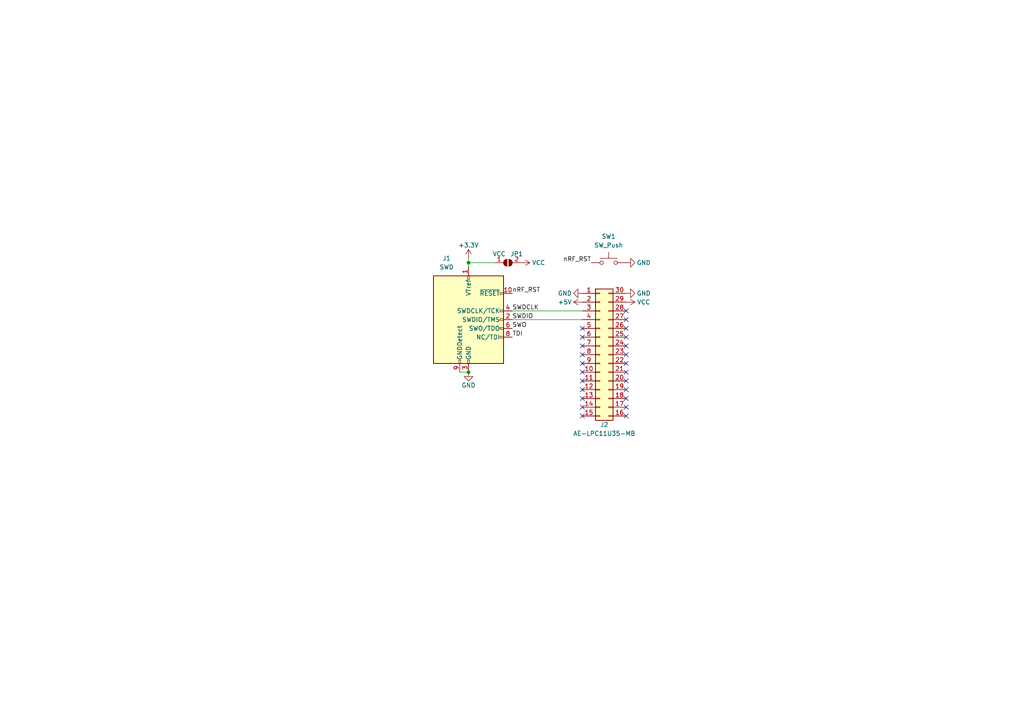
<source format=kicad_sch>
(kicad_sch (version 20211123) (generator eeschema)
  (paper "A4")
  (lib_symbols
    (symbol "Connector:Conn_ARM_JTAG_SWD_10" (pin_names (offset 1.016))
      (property "Reference" "J" (at -2.54 16.51 0))
      (property "Value" "Conn_ARM_JTAG_SWD_10" (at -2.54 13.97 0))
      (symbol "Conn_ARM_JTAG_SWD_10_0_1"
        (rectangle (start -10.16 12.7) (end 10.16 -12.7) (stroke (width 0.254)) (fill (type background)))
        (rectangle (start -2.794 -12.7) (end -2.286 -11.684))
        (rectangle (start -0.254 -12.7) (end 0.254 -11.684))
        (rectangle (start -0.254 12.7) (end 0.254 11.684))
        (rectangle (start 9.144 2.286) (end 10.16 2.794))
        (rectangle (start 10.16 -2.794) (end 9.144 -2.286))
        (rectangle (start 10.16 -0.254) (end 9.144 0.254))
        (rectangle (start 10.16 7.874) (end 9.144 7.366))
      )
      (symbol "Conn_ARM_JTAG_SWD_10_1_1"
        (rectangle (start 9.144 -5.334) (end 10.16 -4.826))
        (pin power_in line (at 0 15.24 270) (length 2.54) (name "VTref") (number "1"))
        (pin open_collector line (at 12.7 7.62 180) (length 2.54) (name "~{RESET}") (number "10"))
        (pin bidirectional line (at 12.7 0 180) (length 2.54) (name "SWDIO/TMS") (number "2"))
        (pin power_in line (at 0 -15.24 90) (length 2.54) (name "GND") (number "3"))
        (pin output line (at 12.7 2.54 180) (length 2.54) (name "SWDCLK/TCK") (number "4"))
        (pin passive line (at 0 -15.24 90) (length 2.54) hide (name "GND") (number "5"))
        (pin input line (at 12.7 -2.54 180) (length 2.54) (name "SWO/TDO") (number "6"))
        (pin no_connect line (at -10.16 0 0) (length 2.54) hide (name "KEY") (number "7"))
        (pin output line (at 12.7 -5.08 180) (length 2.54) (name "NC/TDI") (number "8"))
        (pin passive line (at -2.54 -15.24 90) (length 2.54) (name "GNDDetect") (number "9"))
      )
    )
    (symbol "Connector_Generic:Conn_02x15_Counter_Clockwise" (pin_names (offset 1.016) hide)
      (property "Reference" "J" (at 1.27 20.32 0))
      (property "Value" "Conn_02x15_Counter_Clockwise" (at 1.27 -20.32 0))
      (symbol "Conn_02x15_Counter_Clockwise_1_1"
        (rectangle (start -1.27 -17.653) (end 0 -17.907) (stroke (width 0.1524)))
        (rectangle (start -1.27 -15.113) (end 0 -15.367) (stroke (width 0.1524)))
        (rectangle (start -1.27 -12.573) (end 0 -12.827) (stroke (width 0.1524)))
        (rectangle (start -1.27 -10.033) (end 0 -10.287) (stroke (width 0.1524)))
        (rectangle (start -1.27 -7.493) (end 0 -7.747) (stroke (width 0.1524)))
        (rectangle (start -1.27 -4.953) (end 0 -5.207) (stroke (width 0.1524)))
        (rectangle (start -1.27 -2.413) (end 0 -2.667) (stroke (width 0.1524)))
        (rectangle (start -1.27 0.127) (end 0 -0.127) (stroke (width 0.1524)))
        (rectangle (start -1.27 2.667) (end 0 2.413) (stroke (width 0.1524)))
        (rectangle (start -1.27 5.207) (end 0 4.953) (stroke (width 0.1524)))
        (rectangle (start -1.27 7.747) (end 0 7.493) (stroke (width 0.1524)))
        (rectangle (start -1.27 10.287) (end 0 10.033) (stroke (width 0.1524)))
        (rectangle (start -1.27 12.827) (end 0 12.573) (stroke (width 0.1524)))
        (rectangle (start -1.27 15.367) (end 0 15.113) (stroke (width 0.1524)))
        (rectangle (start -1.27 17.907) (end 0 17.653) (stroke (width 0.1524)))
        (rectangle (start -1.27 19.05) (end 3.81 -19.05) (stroke (width 0.254)) (fill (type background)))
        (rectangle (start 3.81 -17.653) (end 2.54 -17.907) (stroke (width 0.1524)))
        (rectangle (start 3.81 -15.113) (end 2.54 -15.367) (stroke (width 0.1524)))
        (rectangle (start 3.81 -12.573) (end 2.54 -12.827) (stroke (width 0.1524)))
        (rectangle (start 3.81 -10.033) (end 2.54 -10.287) (stroke (width 0.1524)))
        (rectangle (start 3.81 -7.493) (end 2.54 -7.747) (stroke (width 0.1524)))
        (rectangle (start 3.81 -4.953) (end 2.54 -5.207) (stroke (width 0.1524)))
        (rectangle (start 3.81 -2.413) (end 2.54 -2.667) (stroke (width 0.1524)))
        (rectangle (start 3.81 0.127) (end 2.54 -0.127) (stroke (width 0.1524)))
        (rectangle (start 3.81 2.667) (end 2.54 2.413) (stroke (width 0.1524)))
        (rectangle (start 3.81 5.207) (end 2.54 4.953) (stroke (width 0.1524)))
        (rectangle (start 3.81 7.747) (end 2.54 7.493) (stroke (width 0.1524)))
        (rectangle (start 3.81 10.287) (end 2.54 10.033) (stroke (width 0.1524)))
        (rectangle (start 3.81 12.827) (end 2.54 12.573) (stroke (width 0.1524)))
        (rectangle (start 3.81 15.367) (end 2.54 15.113) (stroke (width 0.1524)))
        (rectangle (start 3.81 17.907) (end 2.54 17.653) (stroke (width 0.1524)))
        (pin passive line (at -5.08 17.78 0) (length 3.81) (name "Pin_1") (number "1"))
        (pin passive line (at -5.08 -5.08 0) (length 3.81) (name "Pin_10") (number "10"))
        (pin passive line (at -5.08 -7.62 0) (length 3.81) (name "Pin_11") (number "11"))
        (pin passive line (at -5.08 -10.16 0) (length 3.81) (name "Pin_12") (number "12"))
        (pin passive line (at -5.08 -12.7 0) (length 3.81) (name "Pin_13") (number "13"))
        (pin passive line (at -5.08 -15.24 0) (length 3.81) (name "Pin_14") (number "14"))
        (pin passive line (at -5.08 -17.78 0) (length 3.81) (name "Pin_15") (number "15"))
        (pin passive line (at 7.62 -17.78 180) (length 3.81) (name "Pin_16") (number "16"))
        (pin passive line (at 7.62 -15.24 180) (length 3.81) (name "Pin_17") (number "17"))
        (pin passive line (at 7.62 -12.7 180) (length 3.81) (name "Pin_18") (number "18"))
        (pin passive line (at 7.62 -10.16 180) (length 3.81) (name "Pin_19") (number "19"))
        (pin passive line (at -5.08 15.24 0) (length 3.81) (name "Pin_2") (number "2"))
        (pin passive line (at 7.62 -7.62 180) (length 3.81) (name "Pin_20") (number "20"))
        (pin passive line (at 7.62 -5.08 180) (length 3.81) (name "Pin_21") (number "21"))
        (pin passive line (at 7.62 -2.54 180) (length 3.81) (name "Pin_22") (number "22"))
        (pin passive line (at 7.62 0 180) (length 3.81) (name "Pin_23") (number "23"))
        (pin passive line (at 7.62 2.54 180) (length 3.81) (name "Pin_24") (number "24"))
        (pin passive line (at 7.62 5.08 180) (length 3.81) (name "Pin_25") (number "25"))
        (pin passive line (at 7.62 7.62 180) (length 3.81) (name "Pin_26") (number "26"))
        (pin passive line (at 7.62 10.16 180) (length 3.81) (name "Pin_27") (number "27"))
        (pin passive line (at 7.62 12.7 180) (length 3.81) (name "Pin_28") (number "28"))
        (pin passive line (at 7.62 15.24 180) (length 3.81) (name "Pin_29") (number "29"))
        (pin passive line (at -5.08 12.7 0) (length 3.81) (name "Pin_3") (number "3"))
        (pin passive line (at 7.62 17.78 180) (length 3.81) (name "Pin_30") (number "30"))
        (pin passive line (at -5.08 10.16 0) (length 3.81) (name "Pin_4") (number "4"))
        (pin passive line (at -5.08 7.62 0) (length 3.81) (name "Pin_5") (number "5"))
        (pin passive line (at -5.08 5.08 0) (length 3.81) (name "Pin_6") (number "6"))
        (pin passive line (at -5.08 2.54 0) (length 3.81) (name "Pin_7") (number "7"))
        (pin passive line (at -5.08 0 0) (length 3.81) (name "Pin_8") (number "8"))
        (pin passive line (at -5.08 -2.54 0) (length 3.81) (name "Pin_9") (number "9"))
      )
    )
    (symbol "Jumper:SolderJumper_2_Open" (pin_names (offset 0) hide)
      (property "Reference" "JP" (at 0 2.032 0))
      (property "Value" "SolderJumper_2_Open" (at 0 -2.54 0))
      (symbol "SolderJumper_2_Open_0_1"
        (arc (start -0.254 1.016) (mid -1.27 0) (end -0.254 -1.016))
        (arc (start -0.254 1.016) (mid -1.27 0) (end -0.254 -1.016) (fill (type outline)))
        (polyline (pts (xy -0.254 1.016) (xy -0.254 -1.016)))
        (polyline (pts (xy 0.254 1.016) (xy 0.254 -1.016)))
        (arc (start 0.254 -1.016) (mid 1.27 0) (end 0.254 1.016))
        (arc (start 0.254 -1.016) (mid 1.27 0) (end 0.254 1.016) (fill (type outline)))
      )
      (symbol "SolderJumper_2_Open_1_1"
        (pin passive line (at -3.81 0 0) (length 2.54) (name "A") (number "1"))
        (pin passive line (at 3.81 0 180) (length 2.54) (name "B") (number "2"))
      )
    )
    (symbol "Switch:SW_Push" (pin_numbers hide) (pin_names (offset 1.016) hide)
      (property "Reference" "SW" (at 1.27 2.54 0))
      (property "Value" "SW_Push" (at 0 -1.524 0))
      (symbol "SW_Push_0_1"
        (circle (center -2.032 0) (radius 0.508))
        (polyline (pts (xy 0 1.27) (xy 0 3.048)))
        (polyline (pts (xy 2.54 1.27) (xy -2.54 1.27)))
        (circle (center 2.032 0) (radius 0.508))
        (pin passive line (at -5.08 0 0) (length 2.54) (name "1") (number "1"))
        (pin passive line (at 5.08 0 180) (length 2.54) (name "2") (number "2"))
      )
    )
    (symbol "power:+3.3V" (power) (pin_names (offset 0))
      (property "Value" "+3.3V" (at 0 3.556 0))
      (symbol "+3.3V_0_1"
        (polyline (pts (xy -0.762 1.27) (xy 0 2.54)))
        (polyline (pts (xy 0 0) (xy 0 2.54)))
        (polyline (pts (xy 0 2.54) (xy 0.762 1.27)))
      )
      (symbol "+3.3V_1_1"
        (pin power_in line (at 0 0 90) (length 0) hide (name "+3.3V") (number "1"))
      )
    )
    (symbol "power:+5V" (power) (pin_names (offset 0))
      (property "Value" "+5V" (at 0 3.556 0))
      (symbol "+5V_0_1"
        (polyline (pts (xy -0.762 1.27) (xy 0 2.54)))
        (polyline (pts (xy 0 0) (xy 0 2.54)))
        (polyline (pts (xy 0 2.54) (xy 0.762 1.27)))
      )
      (symbol "+5V_1_1"
        (pin power_in line (at 0 0 90) (length 0) hide (name "+5V") (number "1"))
      )
    )
    (symbol "power:GND" (power) (pin_names (offset 0))
      (property "Value" "GND" (at 0 -3.81 0))
      (symbol "GND_0_1"
        (polyline (pts (xy 0 0) (xy 0 -1.27) (xy 1.27 -1.27) (xy 0 -2.54) (xy -1.27 -1.27) (xy 0 -1.27)))
      )
      (symbol "GND_1_1"
        (pin power_in line (at 0 0 270) (length 0) hide (name "GND") (number "1"))
      )
    )
    (symbol "power:VCC" (power) (pin_names (offset 0))
      (property "Value" "VCC" (at 0 3.81 0))
      (symbol "VCC_0_1"
        (polyline (pts (xy -0.762 1.27) (xy 0 2.54)))
        (polyline (pts (xy 0 0) (xy 0 2.54)))
        (polyline (pts (xy 0 2.54) (xy 0.762 1.27)))
      )
      (symbol "VCC_1_1"
        (pin power_in line (at 0 0 90) (length 0) hide (name "VCC") (number "1"))
      )
    )
  )
  (junction (at 135.89 107.95))
  (junction (at 135.89 76.2))
  (no_connect (at 181.61 118.11))
  (no_connect (at 168.91 118.11))
  (no_connect (at 168.91 113.03))
  (no_connect (at 168.91 105.41))
  (no_connect (at 181.61 92.71))
  (no_connect (at 168.91 102.87))
  (no_connect (at 181.61 95.25))
  (no_connect (at 181.61 107.95))
  (no_connect (at 181.61 105.41))
  (no_connect (at 168.91 107.95))
  (no_connect (at 181.61 90.17))
  (no_connect (at 168.91 95.25))
  (no_connect (at 168.91 120.65))
  (no_connect (at 181.61 115.57))
  (no_connect (at 181.61 110.49))
  (no_connect (at 181.61 113.03))
  (no_connect (at 168.91 110.49))
  (no_connect (at 181.61 97.79))
  (no_connect (at 181.61 120.65))
  (no_connect (at 181.61 100.33))
  (no_connect (at 181.61 102.87))
  (no_connect (at 168.91 115.57))
  (no_connect (at 168.91 97.79))
  (no_connect (at 168.91 100.33))
  (wire (pts (xy 135.89 76.2) (xy 135.89 77.47)))
  (wire (pts (xy 148.59 92.71) (xy 168.91 92.71)))
  (wire (pts (xy 133.35 107.95) (xy 135.89 107.95)))
  (wire (pts (xy 135.89 74.93) (xy 135.89 76.2)))
  (wire (pts (xy 135.89 76.2) (xy 143.51 76.2)))
  (wire (pts (xy 148.59 90.17) (xy 168.91 90.17)))
  (label "nRF_RST" (at 148.59 85.09 0))
  (label "SWO" (at 148.59 95.25 0))
  (label "TDI" (at 148.59 97.79 0))
  (label "SWDIO" (at 148.59 92.71 0))
  (label "SWDCLK" (at 148.59 90.17 0))
  (label "nRF_RST" (at 171.45 76.2 180))
  (symbol (lib_id "power:GND") (at 135.89 107.95 0) (unit 1)
    (property "Reference" "#PWR02" (effects hide))
    (property "Value" "GND" (at 135.89 111.76 0))
  )
  (symbol (lib_id "power:+5V") (at 168.91 87.63 90) (unit 1)
    (property "Reference" "#PWR05" (effects hide))
    (property "Value" "+5V" (at 163.83 87.63 90))
  )
  (symbol (lib_id "power:VCC") (at 151.13 76.2 270) (unit 1)
    (property "Reference" "#PWR03" (effects hide))
    (property "Value" "VCC" (at 156.21 76.2 90))
  )
  (symbol (lib_id "Jumper:SolderJumper_2_Open") (at 147.32 76.2 0) (unit 1)
    (property "Reference" "JP1" (at 149.86 73.66 0))
    (property "Value" "VCC" (at 144.78 73.66 0))
    (property "Footprint" "Connector_PinHeader_2.54mm:PinHeader_1x02_P2.54mm_Vertical" (effects hide))
  )
  (symbol (lib_id "power:GND") (at 168.91 85.09 270) (unit 1)
    (property "Reference" "#PWR04" (effects hide))
    (property "Value" "GND" (at 163.83 85.09 90))
  )
  (symbol (lib_id "power:VCC") (at 181.61 87.63 270) (unit 1)
    (property "Reference" "#PWR08" (effects hide))
    (property "Value" "VCC" (at 186.69 87.63 90))
  )
  (symbol (lib_id "Connector:Conn_ARM_JTAG_SWD_10") (at 135.89 92.71 0) (unit 1)
    (property "Reference" "J1" (at 129.54 74.93 0))
    (property "Value" "SWD" (at 129.54 77.47 0))
    (property "Footprint" "Connector_PinHeader_1.27mm:PinHeader_2x05_P1.27mm_Vertical_SMD" (effects hide))
    (property "Datasheet" "http://infocenter.arm.com/help/topic/com.arm.doc.ddi0314h/DDI0314H_coresight_components_trm.pdf" (effects hide))
  )
  (symbol (lib_id "Switch:SW_Push") (at 176.53 76.2 0) (unit 1)
    (property "Reference" "SW1" (at 176.53 68.58 0))
    (property "Value" "SW_Push" (at 176.53 71.12 0))
    (property "Footprint" "Button_Switch_THT:SW_PUSH_6mm_H4.3mm" (effects hide))
  )
  (symbol (lib_id "Connector_Generic:Conn_02x15_Counter_Clockwise") (at 173.99 102.87 0) (unit 1)
    (property "Reference" "J2" (at 175.26 123.19 0))
    (property "Value" "AE-LPC11U35-MB" (at 175.26 125.73 0))
    (property "Footprint" "Package_DIP_extlib:DIP-30_W15.24mm" (effects hide))
  )
  (symbol (lib_id "power:GND") (at 181.61 76.2 90) (unit 1)
    (property "Reference" "#PWR06" (effects hide))
    (property "Value" "GND" (at 186.69 76.2 90))
  )
  (symbol (lib_id "power:GND") (at 181.61 85.09 90) (unit 1)
    (property "Reference" "#PWR07" (effects hide))
    (property "Value" "GND" (at 186.69 85.09 90))
  )
  (symbol (lib_id "power:+3.3V") (at 135.89 74.93 0) (unit 1)
    (property "Reference" "#PWR01" (effects hide))
    (property "Value" "+3.3V" (at 135.89 71.12 0))
  )
)
</source>
